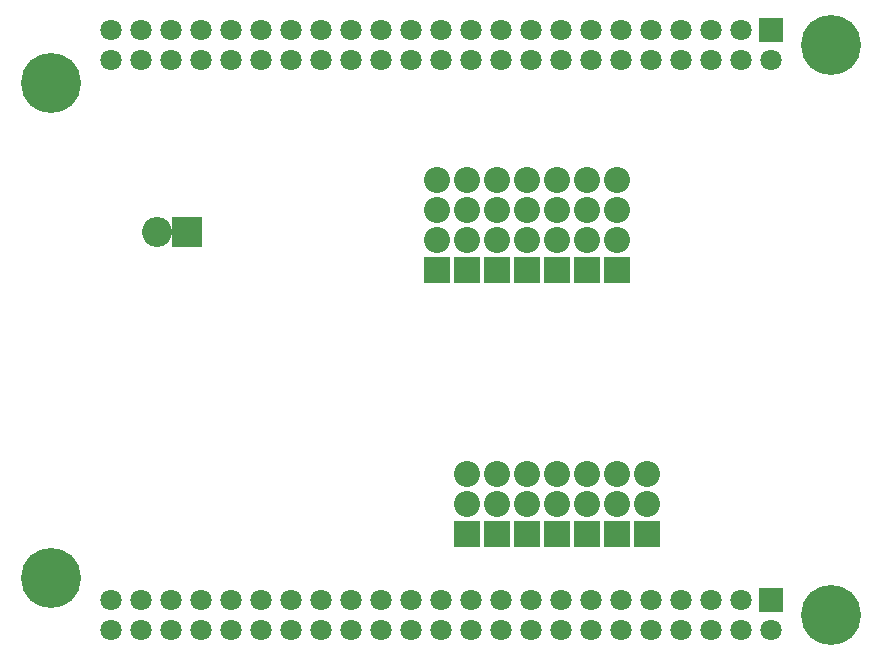
<source format=gbr>
G04 #@! TF.FileFunction,Soldermask,Bot*
%FSLAX46Y46*%
G04 Gerber Fmt 4.6, Leading zero omitted, Abs format (unit mm)*
G04 Created by KiCad (PCBNEW 4.0.5) date 06/08/17 20:21:41*
%MOMM*%
%LPD*%
G01*
G04 APERTURE LIST*
%ADD10C,0.150000*%
%ADD11C,5.080000*%
%ADD12R,2.159000X2.159000*%
%ADD13C,1.808480*%
%ADD14R,2.540000X2.540000*%
%ADD15O,2.540000X2.540000*%
%ADD16R,2.208000X2.208000*%
%ADD17O,2.208000X2.208000*%
G04 APERTURE END LIST*
D10*
D11*
X99441000Y-59055000D03*
X165481000Y-55880000D03*
X165481000Y-104140000D03*
X99441000Y-100965000D03*
D12*
X160401000Y-54610000D03*
D13*
X160401000Y-57150000D03*
X157861000Y-54610000D03*
X157861000Y-57150000D03*
X155321000Y-54610000D03*
X155321000Y-57150000D03*
X152781000Y-54610000D03*
X152781000Y-57150000D03*
X150241000Y-54610000D03*
X150241000Y-57150000D03*
X147701000Y-54610000D03*
X147701000Y-57150000D03*
X145161000Y-54610000D03*
X145161000Y-57150000D03*
X142621000Y-54610000D03*
X142621000Y-57150000D03*
X140081000Y-54610000D03*
X140081000Y-57150000D03*
X137541000Y-54610000D03*
X137541000Y-57150000D03*
X135001000Y-54610000D03*
X135001000Y-57150000D03*
X132461000Y-54610000D03*
X132461000Y-57150000D03*
X129921000Y-54610000D03*
X129921000Y-57150000D03*
X127381000Y-54610000D03*
X127381000Y-57150000D03*
X124841000Y-54610000D03*
X124841000Y-57150000D03*
X122301000Y-54610000D03*
X122301000Y-57150000D03*
X119761000Y-54610000D03*
X119761000Y-57150000D03*
X117221000Y-54610000D03*
X117221000Y-57150000D03*
X114681000Y-54610000D03*
X114681000Y-57150000D03*
X112141000Y-54610000D03*
X112141000Y-57150000D03*
X109601000Y-54610000D03*
X109601000Y-57150000D03*
X107061000Y-54610000D03*
X107061000Y-57150000D03*
X104521000Y-54610000D03*
X104521000Y-57150000D03*
D12*
X160401000Y-102870000D03*
D13*
X160401000Y-105410000D03*
X157861000Y-102870000D03*
X157861000Y-105410000D03*
X155321000Y-102870000D03*
X155321000Y-105410000D03*
X152781000Y-102870000D03*
X152781000Y-105410000D03*
X150241000Y-102870000D03*
X150241000Y-105410000D03*
X147701000Y-102870000D03*
X147701000Y-105410000D03*
X145161000Y-102870000D03*
X145161000Y-105410000D03*
X142621000Y-102870000D03*
X142621000Y-105410000D03*
X140081000Y-102870000D03*
X140081000Y-105410000D03*
X137541000Y-102870000D03*
X137541000Y-105410000D03*
X135001000Y-102870000D03*
X135001000Y-105410000D03*
X132461000Y-102870000D03*
X132461000Y-105410000D03*
X129921000Y-102870000D03*
X129921000Y-105410000D03*
X127381000Y-102870000D03*
X127381000Y-105410000D03*
X124841000Y-102870000D03*
X124841000Y-105410000D03*
X122301000Y-102870000D03*
X122301000Y-105410000D03*
X119761000Y-102870000D03*
X119761000Y-105410000D03*
X117221000Y-102870000D03*
X117221000Y-105410000D03*
X114681000Y-102870000D03*
X114681000Y-105410000D03*
X112141000Y-102870000D03*
X112141000Y-105410000D03*
X109601000Y-102870000D03*
X109601000Y-105410000D03*
X107061000Y-102870000D03*
X107061000Y-105410000D03*
X104521000Y-102870000D03*
X104521000Y-105410000D03*
D14*
X110972600Y-71678800D03*
D15*
X108432600Y-71678800D03*
D16*
X147320000Y-74930000D03*
D17*
X147320000Y-72390000D03*
X147320000Y-69850000D03*
X147320000Y-67310000D03*
D16*
X139700000Y-74930000D03*
D17*
X139700000Y-72390000D03*
X139700000Y-69850000D03*
X139700000Y-67310000D03*
D16*
X137160000Y-74930000D03*
D17*
X137160000Y-72390000D03*
X137160000Y-69850000D03*
X137160000Y-67310000D03*
D16*
X134620000Y-74930000D03*
D17*
X134620000Y-72390000D03*
X134620000Y-69850000D03*
X134620000Y-67310000D03*
D16*
X142240000Y-74930000D03*
D17*
X142240000Y-72390000D03*
X142240000Y-69850000D03*
X142240000Y-67310000D03*
D16*
X144780000Y-74930000D03*
D17*
X144780000Y-72390000D03*
X144780000Y-69850000D03*
X144780000Y-67310000D03*
D16*
X132080000Y-74930000D03*
D17*
X132080000Y-72390000D03*
X132080000Y-69850000D03*
X132080000Y-67310000D03*
D16*
X149860000Y-97282000D03*
D17*
X149860000Y-94742000D03*
X149860000Y-92202000D03*
D16*
X147320000Y-97282000D03*
D17*
X147320000Y-94742000D03*
X147320000Y-92202000D03*
D16*
X144780000Y-97282000D03*
D17*
X144780000Y-94742000D03*
X144780000Y-92202000D03*
D16*
X142240000Y-97282000D03*
D17*
X142240000Y-94742000D03*
X142240000Y-92202000D03*
D16*
X139700000Y-97282000D03*
D17*
X139700000Y-94742000D03*
X139700000Y-92202000D03*
D16*
X137160000Y-97282000D03*
D17*
X137160000Y-94742000D03*
X137160000Y-92202000D03*
D16*
X134620000Y-97282000D03*
D17*
X134620000Y-94742000D03*
X134620000Y-92202000D03*
M02*

</source>
